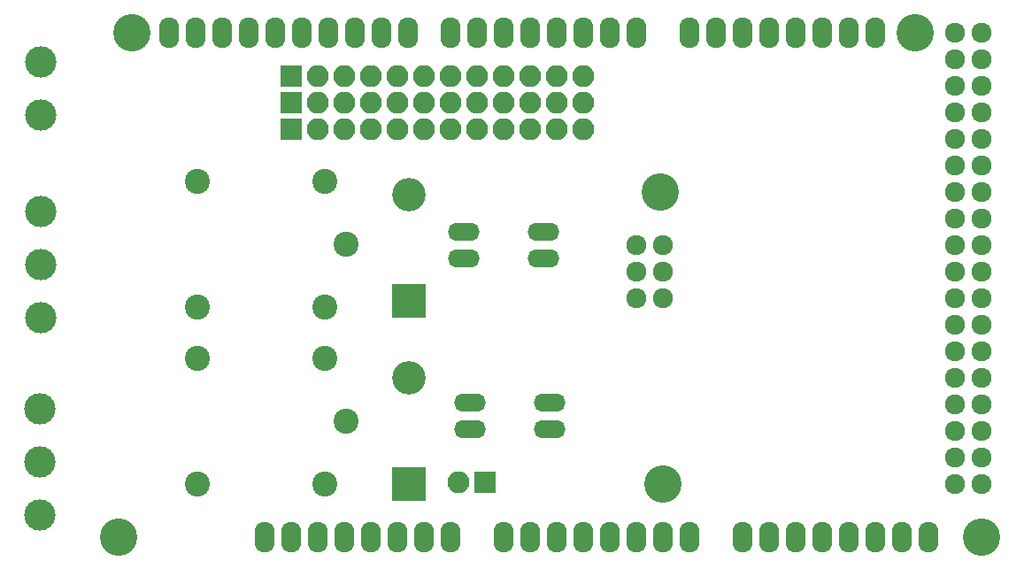
<source format=gbr>
G04 #@! TF.FileFunction,Soldermask,Bot*
%FSLAX46Y46*%
G04 Gerber Fmt 4.6, Leading zero omitted, Abs format (unit mm)*
G04 Created by KiCad (PCBNEW 4.0.4-stable) date 04/20/17 14:33:44*
%MOMM*%
%LPD*%
G01*
G04 APERTURE LIST*
%ADD10C,0.100000*%
%ADD11R,3.200000X3.200000*%
%ADD12O,3.200000X3.200000*%
%ADD13R,2.100000X2.100000*%
%ADD14O,2.100000X2.100000*%
%ADD15C,2.400000*%
%ADD16O,1.924000X2.940000*%
%ADD17C,3.575000*%
%ADD18C,1.924000*%
%ADD19O,3.041600X1.720800*%
%ADD20C,3.000000*%
G04 APERTURE END LIST*
D10*
D11*
X189380000Y-96870000D03*
D12*
X189380000Y-86710000D03*
D11*
X189380000Y-79340000D03*
D12*
X189380000Y-69180000D03*
D13*
X178070000Y-60390000D03*
D14*
X180610000Y-60390000D03*
X183150000Y-60390000D03*
X185690000Y-60390000D03*
X188230000Y-60390000D03*
X190770000Y-60390000D03*
X193310000Y-60390000D03*
X195850000Y-60390000D03*
X198390000Y-60390000D03*
X200930000Y-60390000D03*
X203470000Y-60390000D03*
X206010000Y-60390000D03*
D13*
X178070000Y-62930000D03*
D14*
X180610000Y-62930000D03*
X183150000Y-62930000D03*
X185690000Y-62930000D03*
X188230000Y-62930000D03*
X190770000Y-62930000D03*
X193310000Y-62930000D03*
X195850000Y-62930000D03*
X198390000Y-62930000D03*
X200930000Y-62930000D03*
X203470000Y-62930000D03*
X206010000Y-62930000D03*
D13*
X196650000Y-96730000D03*
D14*
X194110000Y-96730000D03*
D13*
X178070000Y-57870000D03*
D14*
X180610000Y-57870000D03*
X183150000Y-57870000D03*
X185690000Y-57870000D03*
X188230000Y-57870000D03*
X190770000Y-57870000D03*
X193310000Y-57870000D03*
X195850000Y-57870000D03*
X198390000Y-57870000D03*
X200930000Y-57870000D03*
X203470000Y-57870000D03*
X206010000Y-57870000D03*
D15*
X183320000Y-90880000D03*
X181320000Y-96880000D03*
X181320000Y-84880000D03*
X169120000Y-96880000D03*
X169120000Y-84880000D03*
X183340000Y-73950000D03*
X181340000Y-79950000D03*
X181340000Y-67950000D03*
X169140000Y-79950000D03*
X169140000Y-67950000D03*
D16*
X216210000Y-53680000D03*
X218750000Y-53680000D03*
X221290000Y-53680000D03*
X223830000Y-53680000D03*
X226370000Y-53680000D03*
X228910000Y-53680000D03*
X231450000Y-53680000D03*
X233990000Y-53680000D03*
X239070000Y-101940000D03*
X236530000Y-101940000D03*
X233990000Y-101940000D03*
X231450000Y-101940000D03*
X221290000Y-101940000D03*
X216210000Y-101940000D03*
X213670000Y-101940000D03*
X223830000Y-101940000D03*
X226370000Y-101940000D03*
X228910000Y-101940000D03*
X211130000Y-101940000D03*
X208590000Y-101940000D03*
X206050000Y-101940000D03*
X198430000Y-101940000D03*
X200970000Y-101940000D03*
X203510000Y-101940000D03*
X193350000Y-101940000D03*
X190810000Y-101940000D03*
X188270000Y-101940000D03*
X183190000Y-101940000D03*
X180650000Y-101940000D03*
X211130000Y-53680000D03*
X208590000Y-53680000D03*
X206050000Y-53680000D03*
X203510000Y-53680000D03*
X200970000Y-53680000D03*
X198430000Y-53680000D03*
X195890000Y-53680000D03*
X193350000Y-53680000D03*
X189286000Y-53680000D03*
X186746000Y-53680000D03*
X184206000Y-53680000D03*
X181666000Y-53680000D03*
X179126000Y-53680000D03*
X176586000Y-53680000D03*
X174046000Y-53680000D03*
X171506000Y-53680000D03*
X185730000Y-101940000D03*
D17*
X244150000Y-101940000D03*
X237800000Y-53680000D03*
X162870000Y-53680000D03*
X161600000Y-101940000D03*
D18*
X241610000Y-56220000D03*
X244150000Y-56220000D03*
X241610000Y-58760000D03*
X244150000Y-58760000D03*
X241610000Y-61300000D03*
X244150000Y-61300000D03*
X241610000Y-63840000D03*
X244150000Y-63840000D03*
X241610000Y-53680000D03*
X244150000Y-53680000D03*
X244150000Y-66380000D03*
X241610000Y-66380000D03*
X241610000Y-68920000D03*
X244150000Y-68920000D03*
X241610000Y-71460000D03*
X244150000Y-71460000D03*
X241610000Y-74000000D03*
X244150000Y-74000000D03*
X241610000Y-76540000D03*
X244150000Y-76540000D03*
X241610000Y-79080000D03*
X244150000Y-79080000D03*
X241610000Y-81620000D03*
X244150000Y-81620000D03*
X241610000Y-84160000D03*
X244150000Y-84160000D03*
X241610000Y-86700000D03*
X244150000Y-86700000D03*
X241610000Y-89240000D03*
X244150000Y-89240000D03*
X241610000Y-91780000D03*
X244150000Y-91780000D03*
X241610000Y-94320000D03*
X244150000Y-94320000D03*
X241610000Y-96860000D03*
X244150000Y-96860000D03*
X211130000Y-74000000D03*
X213670000Y-74000000D03*
X211130000Y-76540000D03*
X213670000Y-76540000D03*
X211130000Y-79080000D03*
X213670000Y-79080000D03*
D17*
X213416000Y-68920000D03*
X213670000Y-96860000D03*
D16*
X178110000Y-101940000D03*
X175570000Y-101940000D03*
X168966000Y-53680000D03*
X166426000Y-53680000D03*
D19*
X202840000Y-91670000D03*
X202840000Y-89130000D03*
X195220000Y-89130000D03*
X195220000Y-91670000D03*
X202200000Y-75310000D03*
X202200000Y-72770000D03*
X194580000Y-72770000D03*
X194580000Y-75310000D03*
D20*
X154130000Y-75920000D03*
X154130000Y-70840000D03*
X154130000Y-81000000D03*
X154090000Y-94810000D03*
X154090000Y-89730000D03*
X154090000Y-99890000D03*
X154180000Y-56510000D03*
X154180000Y-61590000D03*
M02*

</source>
